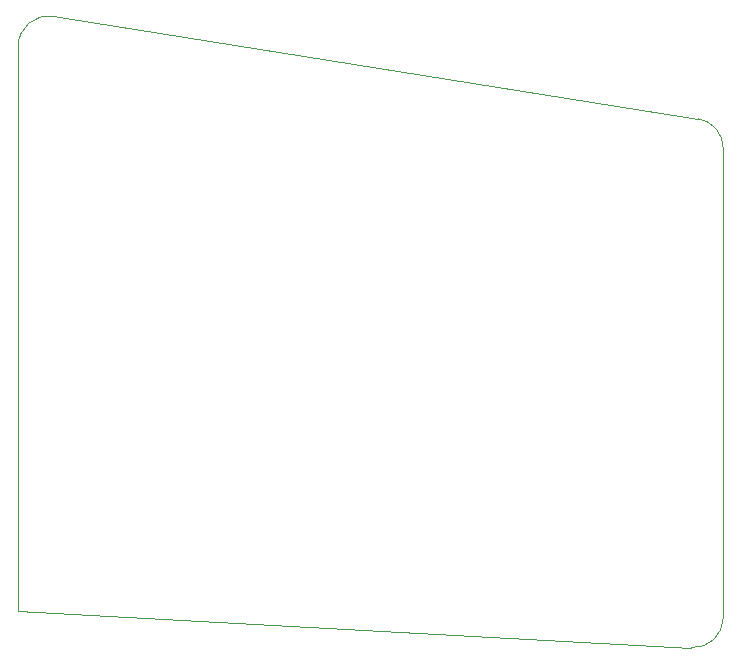
<source format=gm1>
G04 #@! TF.GenerationSoftware,KiCad,Pcbnew,5.0.1-33cea8e~68~ubuntu18.04.1*
G04 #@! TF.CreationDate,2018-12-01T11:29:07-05:00*
G04 #@! TF.ProjectId,throttle,7468726F74746C652E6B696361645F70,rev?*
G04 #@! TF.SameCoordinates,Original*
G04 #@! TF.FileFunction,Profile,NP*
%FSLAX46Y46*%
G04 Gerber Fmt 4.6, Leading zero omitted, Abs format (unit mm)*
G04 Created by KiCad (PCBNEW 5.0.1-33cea8e~68~ubuntu18.04.1) date Sat 01 Dec 2018 11:29:07 AM EST*
%MOMM*%
%LPD*%
G01*
G04 APERTURE LIST*
%ADD10C,0.100000*%
G04 APERTURE END LIST*
D10*
X99267084Y-44026557D02*
X153877084Y-52681308D01*
X153317587Y-97465500D02*
X96329500Y-94361000D01*
X156019499Y-94933274D02*
G75*
G02X153317587Y-97465678I-2539999J2430D01*
G01*
X96329500Y-94361000D02*
X96329500Y-46535247D01*
X96329500Y-46535003D02*
G75*
G02X99267084Y-44026557I2540000J-244D01*
G01*
X153881221Y-52681967D02*
G75*
G02X156019500Y-55189998I-401721J-2508031D01*
G01*
X156019500Y-55189998D02*
X156019500Y-94930844D01*
M02*

</source>
